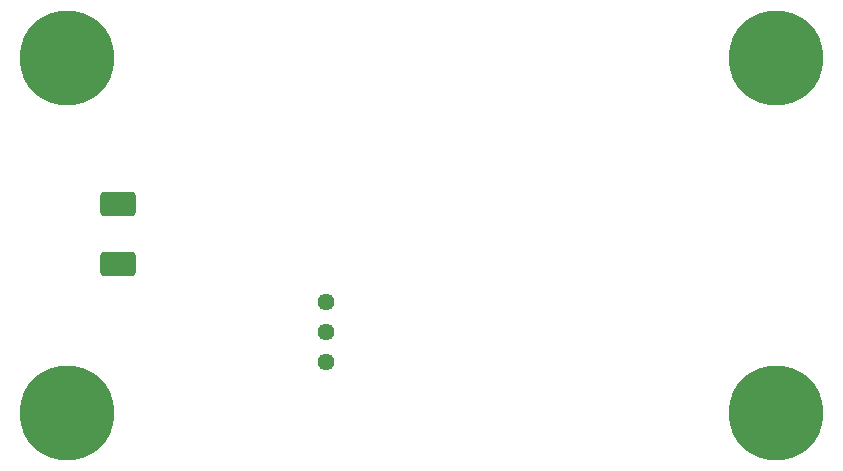
<source format=gbr>
%TF.GenerationSoftware,KiCad,Pcbnew,8.0.5*%
%TF.CreationDate,2024-10-22T02:27:49+03:00*%
%TF.ProjectId,DC36_DC5,44433336-5f44-4433-952e-6b696361645f,rev?*%
%TF.SameCoordinates,Original*%
%TF.FileFunction,Soldermask,Bot*%
%TF.FilePolarity,Negative*%
%FSLAX46Y46*%
G04 Gerber Fmt 4.6, Leading zero omitted, Abs format (unit mm)*
G04 Created by KiCad (PCBNEW 8.0.5) date 2024-10-22 02:27:49*
%MOMM*%
%LPD*%
G01*
G04 APERTURE LIST*
G04 Aperture macros list*
%AMRoundRect*
0 Rectangle with rounded corners*
0 $1 Rounding radius*
0 $2 $3 $4 $5 $6 $7 $8 $9 X,Y pos of 4 corners*
0 Add a 4 corners polygon primitive as box body*
4,1,4,$2,$3,$4,$5,$6,$7,$8,$9,$2,$3,0*
0 Add four circle primitives for the rounded corners*
1,1,$1+$1,$2,$3*
1,1,$1+$1,$4,$5*
1,1,$1+$1,$6,$7*
1,1,$1+$1,$8,$9*
0 Add four rect primitives between the rounded corners*
20,1,$1+$1,$2,$3,$4,$5,0*
20,1,$1+$1,$4,$5,$6,$7,0*
20,1,$1+$1,$6,$7,$8,$9,0*
20,1,$1+$1,$8,$9,$2,$3,0*%
G04 Aperture macros list end*
%ADD10C,0.800000*%
%ADD11C,8.000000*%
%ADD12RoundRect,0.250000X-1.250000X0.755000X-1.250000X-0.755000X1.250000X-0.755000X1.250000X0.755000X0*%
%ADD13C,1.440000*%
G04 APERTURE END LIST*
D10*
%TO.C,H1*%
X90498000Y-80954000D03*
X91310779Y-78991779D03*
X91310779Y-82916221D03*
X93273000Y-78179000D03*
D11*
X93273000Y-80954000D03*
D10*
X93273000Y-83729000D03*
X95235221Y-78991779D03*
X95235221Y-82916221D03*
X96048000Y-80954000D03*
%TD*%
D12*
%TO.C,F1*%
X97573000Y-93304000D03*
X97573000Y-98404000D03*
%TD*%
D11*
%TO.C,H4*%
X153273000Y-80954000D03*
%TD*%
D10*
%TO.C,H2*%
X90498000Y-110954000D03*
X91310779Y-108991779D03*
X91310779Y-112916221D03*
X93273000Y-108179000D03*
D11*
X93273000Y-110954000D03*
D10*
X93273000Y-113729000D03*
X95235221Y-108991779D03*
X95235221Y-112916221D03*
X96048000Y-110954000D03*
%TD*%
D11*
%TO.C,H3*%
X153273000Y-110954000D03*
%TD*%
D13*
%TO.C,RV1*%
X115173000Y-106680000D03*
X115173000Y-104140000D03*
X115173000Y-101600000D03*
%TD*%
M02*

</source>
